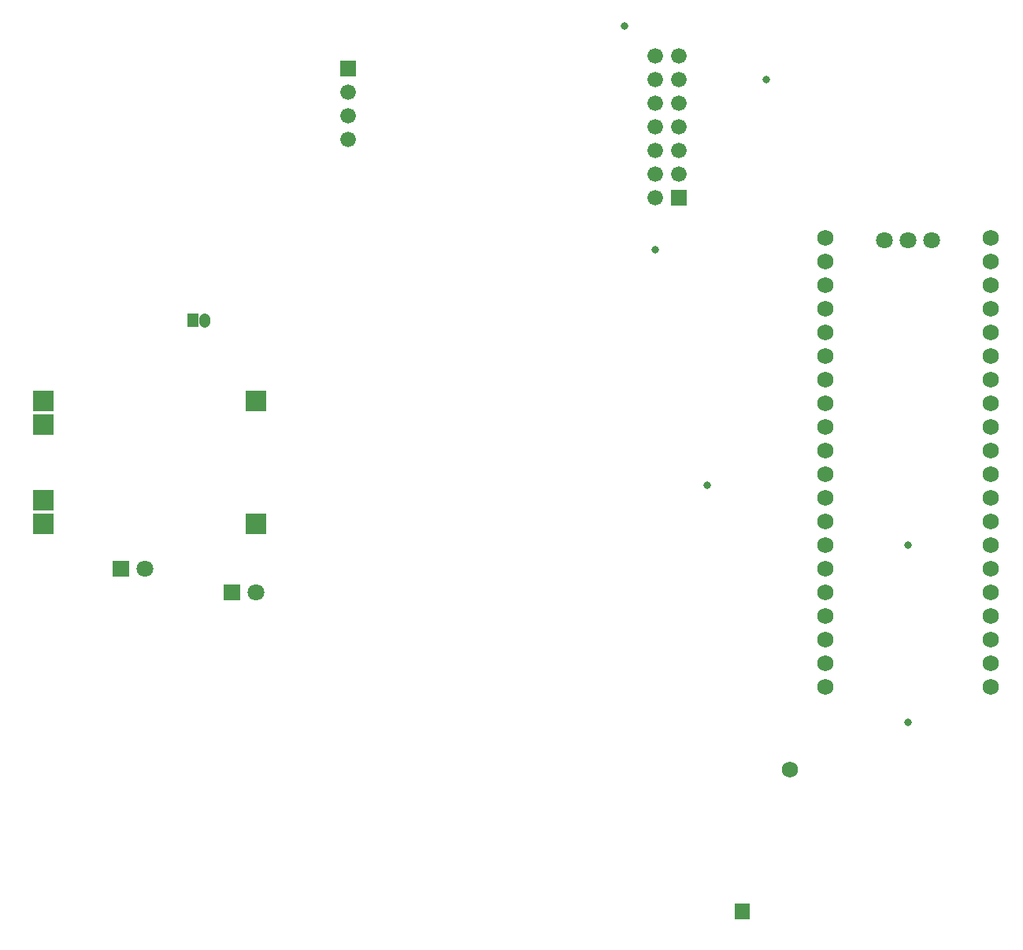
<source format=gbs>
G04 Layer: BottomSolderMaskLayer*
G04 EasyEDA v6.5.1, 2022-05-20 13:09:05*
G04 9a472788fb3748f5b1af1517000a09b8,10*
G04 Gerber Generator version 0.2*
G04 Scale: 100 percent, Rotated: No, Reflected: No *
G04 Dimensions in millimeters *
G04 leading zeros omitted , absolute positions ,4 integer and 5 decimal *
%FSLAX45Y45*%
%MOMM*%

%ADD32C,1.1532*%
%ADD33R,1.6764X1.6764*%
%ADD34C,1.6764*%
%ADD37C,1.8016*%
%ADD42C,1.7272*%
%ADD43C,1.8032*%
%ADD44C,0.8128*%

%LPD*%
D32*
X-3494506Y1539001D02*
G01*
X-3494506Y1508998D01*
G36*
X-2033778Y4147057D02*
G01*
X-2033778Y4314697D01*
X-1866137Y4314697D01*
X-1866137Y4147057D01*
G37*
D34*
G01*
X-1950008Y3977004D03*
G01*
X-1950008Y3723004D03*
G01*
X-1950008Y3469004D03*
G36*
X-3290570Y-1480820D02*
G01*
X-3290570Y-1313179D01*
X-3110229Y-1313179D01*
X-3110229Y-1480820D01*
G37*
D37*
G01*
X-2946400Y-1397000D03*
G36*
X2202179Y-4909820D02*
G01*
X2202179Y-4742179D01*
X2369820Y-4742179D01*
X2369820Y-4909820D01*
G37*
G36*
X-3056636Y-770636D02*
G01*
X-3056636Y-550163D01*
X-2836163Y-550163D01*
X-2836163Y-770636D01*
G37*
G36*
X-3056636Y550163D02*
G01*
X-3056636Y770636D01*
X-2836163Y770636D01*
X-2836163Y550163D01*
G37*
G36*
X-5342636Y-516636D02*
G01*
X-5342636Y-296163D01*
X-5122163Y-296163D01*
X-5122163Y-516636D01*
G37*
G36*
X-5342636Y296163D02*
G01*
X-5342636Y516636D01*
X-5122163Y516636D01*
X-5122163Y296163D01*
G37*
G36*
X-5342636Y-770636D02*
G01*
X-5342636Y-550163D01*
X-5122163Y-550163D01*
X-5122163Y-770636D01*
G37*
G36*
X-5342636Y550163D02*
G01*
X-5342636Y770636D01*
X-5122163Y770636D01*
X-5122163Y550163D01*
G37*
D33*
G01*
X1600200Y2844800D03*
D34*
G01*
X1346200Y2844800D03*
G01*
X1600200Y3098800D03*
G01*
X1346200Y3098800D03*
G01*
X1600200Y3352800D03*
G01*
X1346200Y3352800D03*
G01*
X1600200Y3606800D03*
G01*
X1346200Y3606800D03*
G01*
X1600200Y3860800D03*
G01*
X1346200Y3860800D03*
G01*
X1600200Y4114800D03*
G01*
X1346200Y4114800D03*
G01*
X1600200Y4368800D03*
G01*
X1346200Y4368800D03*
G36*
X-3677157Y1451355D02*
G01*
X-3677157Y1596644D01*
X-3561842Y1596644D01*
X-3561842Y1451355D01*
G37*
G36*
X-4484370Y-1226820D02*
G01*
X-4484370Y-1059179D01*
X-4304029Y-1059179D01*
X-4304029Y-1226820D01*
G37*
D37*
G01*
X-4140200Y-1143000D03*
D42*
G01*
X3175000Y2413000D03*
G01*
X3175000Y2159000D03*
G01*
X3175000Y1905000D03*
G01*
X3175000Y1651000D03*
G01*
X3175000Y1397000D03*
G01*
X3175000Y1143000D03*
G01*
X3175000Y889000D03*
G01*
X3175000Y635000D03*
G01*
X3175000Y381000D03*
G01*
X3175000Y127000D03*
G01*
X3175000Y-127000D03*
G01*
X3175000Y-381000D03*
G01*
X3175000Y-635000D03*
G01*
X3175000Y-889000D03*
G01*
X3175000Y-1143000D03*
G01*
X3175000Y-1397000D03*
G01*
X3175000Y-1651000D03*
G01*
X3175000Y-1905000D03*
G01*
X3175000Y-2159000D03*
G01*
X3175000Y-2413000D03*
G01*
X4953000Y-2413000D03*
G01*
X4953000Y-2159000D03*
G01*
X4953000Y-1905000D03*
G01*
X4953000Y-1651000D03*
G01*
X4953000Y-1397000D03*
G01*
X4953000Y-1143000D03*
G01*
X4953000Y-889000D03*
G01*
X4953000Y-635000D03*
G01*
X4953000Y-381000D03*
G01*
X4953000Y-127000D03*
G01*
X4953000Y127000D03*
G01*
X4953000Y381000D03*
G01*
X4953000Y635000D03*
G01*
X4953000Y889000D03*
G01*
X4953000Y1143000D03*
G01*
X4953000Y1397000D03*
G01*
X4953000Y1651000D03*
G01*
X4953000Y1905000D03*
G01*
X4953000Y2159000D03*
G01*
X4953000Y2413000D03*
D43*
G01*
X3810000Y2387600D03*
G01*
X4064000Y2387600D03*
G01*
X4318000Y2387600D03*
D42*
G01*
X2794000Y-3302000D03*
D44*
G01*
X1905000Y-249173D03*
G01*
X1346200Y2286000D03*
G01*
X4064000Y-2794000D03*
G01*
X4064000Y-889000D03*
G01*
X1016000Y4686300D03*
G01*
X2540000Y4114800D03*
M02*

</source>
